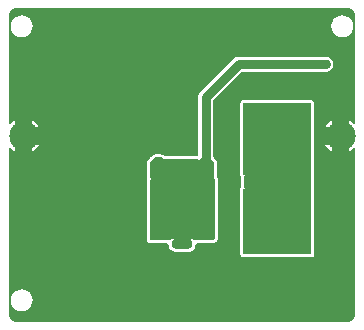
<source format=gbl>
%FSLAX25Y25*%
%MOIN*%
G70*
G01*
G75*
G04 Layer_Physical_Order=2*
G04 Layer_Color=16711680*
%ADD10R,0.06299X0.05984*%
%ADD11C,0.03937*%
%ADD12R,0.06299X0.06693*%
%ADD13R,0.01969X0.02362*%
%ADD14R,0.03600X0.05000*%
%ADD15R,0.05118X0.04921*%
%ADD16R,0.02362X0.01969*%
%ADD17R,0.01575X0.05315*%
%ADD18C,0.01500*%
%ADD19C,0.05000*%
%ADD20C,0.01575*%
%ADD21C,0.01969*%
%ADD22C,0.03000*%
%ADD23C,0.03937*%
%ADD24C,0.05906*%
%ADD25R,0.03500X0.04000*%
%ADD26O,0.07087X0.03543*%
%ADD27O,0.03543X0.06693*%
%ADD28C,0.09843*%
%ADD29C,0.05118*%
%ADD30O,0.04724X0.07480*%
%ADD31C,0.03000*%
%ADD32C,0.02200*%
G36*
X110236Y-1277D02*
X110925Y-1368D01*
X111566Y-1634D01*
X112117Y-2056D01*
X112540Y-2607D01*
X112805Y-3249D01*
X112896Y-3937D01*
X112899D01*
Y-39848D01*
X112428Y-40016D01*
X112162Y-39692D01*
X111260Y-38952D01*
X110907Y-38763D01*
Y-43900D01*
Y-49035D01*
X111260Y-48846D01*
X112162Y-48106D01*
X112428Y-47782D01*
X112899Y-47950D01*
Y-103347D01*
X112896D01*
X112805Y-104035D01*
X112540Y-104676D01*
X112117Y-105227D01*
X111566Y-105650D01*
X110925Y-105916D01*
X110236Y-106006D01*
Y-106009D01*
X0D01*
Y-106006D01*
X-688Y-105916D01*
X-1330Y-105650D01*
X-1881Y-105227D01*
X-2303Y-104676D01*
X-2569Y-104035D01*
X-2660Y-103347D01*
X-2662D01*
Y-47947D01*
X-2191Y-47778D01*
X-1922Y-48106D01*
X-1020Y-48846D01*
X-668Y-49035D01*
Y-43900D01*
Y-38763D01*
X-1020Y-38952D01*
X-1922Y-39692D01*
X-2191Y-40020D01*
X-2662Y-39851D01*
Y-3937D01*
X-2660D01*
X-2569Y-3249D01*
X-2303Y-2607D01*
X-1881Y-2056D01*
X-1330Y-1634D01*
X-688Y-1368D01*
X0Y-1277D01*
Y-1275D01*
X38627D01*
X38788Y-1748D01*
X39249Y-1394D01*
X39536Y-1275D01*
X42353D01*
X42641Y-1394D01*
X42664Y-1275D01*
X66974D01*
X67134Y-1748D01*
X67596Y-1394D01*
X67883Y-1275D01*
X70700D01*
X70987Y-1394D01*
X71011Y-1275D01*
X110236D01*
Y-1277D01*
D02*
G37*
%LPC*%
G36*
X98063Y-31917D02*
X75563D01*
X75173Y-31995D01*
X74842Y-32216D01*
X74621Y-32547D01*
X74543Y-32937D01*
Y-56863D01*
X74563Y-56961D01*
Y-57062D01*
X74601Y-57154D01*
X74621Y-57253D01*
X74677Y-57336D01*
X74715Y-57429D01*
X74786Y-57500D01*
X74842Y-57584D01*
X74926Y-57639D01*
X74938Y-57652D01*
X74925Y-57717D01*
Y-59292D01*
Y-60866D01*
X74938Y-60931D01*
X74926Y-60943D01*
X74842Y-60999D01*
X74786Y-61083D01*
X74715Y-61154D01*
X74677Y-61246D01*
X74621Y-61330D01*
X74601Y-61428D01*
X74563Y-61521D01*
Y-61621D01*
X74543Y-61720D01*
Y-83437D01*
X74621Y-83827D01*
X74842Y-84158D01*
X75173Y-84379D01*
X75563Y-84457D01*
X98063D01*
X98453Y-84379D01*
X98784Y-84158D01*
X99005Y-83827D01*
X99083Y-83437D01*
Y-32937D01*
X99005Y-32547D01*
X98784Y-32216D01*
X98453Y-31995D01*
X98063Y-31917D01*
D02*
G37*
G36*
X105002Y-38763D02*
X104649Y-38952D01*
X103747Y-39692D01*
X103007Y-40593D01*
X102819Y-40946D01*
X105002D01*
Y-38763D01*
D02*
G37*
G36*
X1732Y-3679D02*
X789Y-3804D01*
X-89Y-4168D01*
X-844Y-4747D01*
X-1423Y-5501D01*
X-1787Y-6380D01*
X-1911Y-7323D01*
X-1787Y-8266D01*
X-1423Y-9144D01*
X-844Y-9899D01*
X-89Y-10478D01*
X789Y-10842D01*
X1732Y-10966D01*
X2675Y-10842D01*
X3554Y-10478D01*
X4309Y-9899D01*
X4888Y-9144D01*
X5252Y-8266D01*
X5376Y-7323D01*
X5252Y-6380D01*
X4888Y-5501D01*
X4309Y-4747D01*
X3554Y-4168D01*
X2675Y-3804D01*
X1732Y-3679D01*
D02*
G37*
G36*
Y-95018D02*
X789Y-95142D01*
X-89Y-95506D01*
X-844Y-96085D01*
X-1423Y-96840D01*
X-1787Y-97718D01*
X-1911Y-98661D01*
X-1787Y-99604D01*
X-1423Y-100483D01*
X-844Y-101238D01*
X-89Y-101817D01*
X789Y-102181D01*
X1732Y-102305D01*
X2675Y-102181D01*
X3554Y-101817D01*
X4309Y-101238D01*
X4888Y-100483D01*
X5252Y-99604D01*
X5376Y-98661D01*
X5252Y-97718D01*
X4888Y-96840D01*
X4309Y-96085D01*
X3554Y-95506D01*
X2675Y-95142D01*
X1732Y-95018D01*
D02*
G37*
G36*
X7421Y-46852D02*
X5238D01*
Y-49035D01*
X5591Y-48846D01*
X6492Y-48106D01*
X7232Y-47205D01*
X7421Y-46852D01*
D02*
G37*
G36*
X105002D02*
X102819D01*
X103007Y-47205D01*
X103747Y-48106D01*
X104649Y-48846D01*
X105002Y-49035D01*
Y-46852D01*
D02*
G37*
G36*
X5238Y-38763D02*
Y-40946D01*
X7421D01*
X7232Y-40593D01*
X6492Y-39692D01*
X5591Y-38952D01*
X5238Y-38763D01*
D02*
G37*
G36*
X103000Y-17498D02*
X74000D01*
X73024Y-17692D01*
X72198Y-18245D01*
X61190Y-29253D01*
X60637Y-30080D01*
X60443Y-31055D01*
Y-50528D01*
X49308D01*
X49275Y-50534D01*
X49241Y-50530D01*
X49229Y-50533D01*
X49143Y-50490D01*
X49032Y-50416D01*
X48358Y-50137D01*
X48227Y-50111D01*
X48101Y-50068D01*
X47377Y-49973D01*
X47244Y-49982D01*
X47111Y-49973D01*
X46387Y-50068D01*
X46261Y-50111D01*
X46130Y-50137D01*
X45456Y-50416D01*
X45345Y-50490D01*
X45226Y-50549D01*
X44646Y-50994D01*
X44559Y-51094D01*
X44458Y-51182D01*
X44014Y-51761D01*
X43955Y-51881D01*
X43881Y-51991D01*
X43602Y-52666D01*
X43576Y-52797D01*
X43533Y-52923D01*
X43437Y-53646D01*
X43442Y-53714D01*
X43429Y-53780D01*
Y-55355D01*
Y-56929D01*
X43442Y-56995D01*
X43437Y-57062D01*
X43533Y-57786D01*
X43576Y-57912D01*
X43602Y-58043D01*
X43647Y-58153D01*
X43586Y-58233D01*
X43577Y-58265D01*
X43558Y-58293D01*
X43526Y-58456D01*
X43483Y-58617D01*
X43487Y-58650D01*
X43480Y-58684D01*
Y-78547D01*
X43558Y-78937D01*
X43779Y-79268D01*
X44110Y-79489D01*
X44500Y-79567D01*
X50240D01*
X50551Y-79921D01*
X50646Y-80645D01*
X50925Y-81319D01*
X51370Y-81898D01*
X51949Y-82342D01*
X52623Y-82622D01*
X53347Y-82717D01*
X56890D01*
X57613Y-82622D01*
X58288Y-82342D01*
X58867Y-81898D01*
X59311Y-81319D01*
X59590Y-80645D01*
X59685Y-79921D01*
X59996Y-79567D01*
X65347D01*
X65538Y-79605D01*
X65538D01*
X65538D01*
X65693Y-79574D01*
X65928Y-79527D01*
X65928Y-79527D01*
X65928D01*
X66390Y-79336D01*
X66390Y-79336D01*
X66721Y-79115D01*
Y-79115D01*
X66721D01*
X66942Y-78784D01*
X66994Y-78523D01*
X67020Y-78394D01*
Y-58192D01*
X67000Y-58093D01*
Y-57993D01*
X66962Y-57900D01*
X66942Y-57801D01*
X66886Y-57718D01*
X66848Y-57625D01*
X66777Y-57554D01*
X66741Y-57501D01*
X66799Y-57062D01*
X66794Y-56995D01*
X66808Y-56929D01*
Y-53780D01*
X66794Y-53714D01*
X66799Y-53646D01*
X66703Y-52923D01*
X66661Y-52797D01*
X66635Y-52666D01*
X66364Y-52011D01*
X66364Y-52011D01*
X66364Y-52011D01*
X66355Y-51991D01*
X66281Y-51881D01*
X66222Y-51761D01*
X65778Y-51182D01*
X65678Y-51094D01*
X65590Y-50994D01*
X65541Y-50956D01*
Y-32111D01*
X75056Y-22596D01*
X103000D01*
X103975Y-22402D01*
X104802Y-21850D01*
X105355Y-21023D01*
X105549Y-20047D01*
X105355Y-19072D01*
X104802Y-18245D01*
X103975Y-17692D01*
X103000Y-17498D01*
D02*
G37*
G36*
X108504Y-3679D02*
X107561Y-3804D01*
X106682Y-4168D01*
X105928Y-4747D01*
X105349Y-5501D01*
X104985Y-6380D01*
X104861Y-7323D01*
X104985Y-8266D01*
X105349Y-9144D01*
X105928Y-9899D01*
X106682Y-10478D01*
X107561Y-10842D01*
X108504Y-10966D01*
X109447Y-10842D01*
X110326Y-10478D01*
X111080Y-9899D01*
X111659Y-9144D01*
X112023Y-8266D01*
X112147Y-7323D01*
X112023Y-6380D01*
X111659Y-5501D01*
X111080Y-4747D01*
X110326Y-4168D01*
X109447Y-3804D01*
X108504Y-3679D01*
D02*
G37*
G36*
X43898Y-2673D02*
Y-2756D01*
X43932D01*
X43898Y-2673D01*
D02*
G37*
G36*
X37992D02*
X37958Y-2756D01*
X37992D01*
Y-2673D01*
D02*
G37*
G36*
X72244D02*
Y-2756D01*
X72278D01*
X72244Y-2673D01*
D02*
G37*
G36*
X66339D02*
X66304Y-2756D01*
X66339D01*
Y-2673D01*
D02*
G37*
G36*
X43932Y-8661D02*
X43898D01*
Y-8744D01*
X43932Y-8661D01*
D02*
G37*
G36*
X66339D02*
X66304D01*
X66339Y-8744D01*
Y-8661D01*
D02*
G37*
G36*
X72278D02*
X72244D01*
Y-8744D01*
X72278Y-8661D01*
D02*
G37*
G36*
X37992D02*
X37958D01*
X37992Y-8744D01*
Y-8661D01*
D02*
G37*
%LPD*%
G36*
X98063Y-83437D02*
X75563D01*
Y-61720D01*
X76053Y-61622D01*
X76040Y-61590D01*
X75944Y-60866D01*
Y-59292D01*
Y-57717D01*
X76040Y-56993D01*
X76053Y-56960D01*
X75563Y-56863D01*
Y-32937D01*
X98063D01*
Y-83437D01*
D02*
G37*
G36*
X63716Y-51079D02*
X64390Y-51358D01*
X64969Y-51803D01*
X65413Y-52382D01*
X65422Y-52402D01*
X65693Y-53056D01*
X65788Y-53780D01*
Y-56929D01*
X65693Y-57653D01*
X65510Y-58094D01*
X66000Y-58192D01*
Y-78394D01*
X65538Y-78585D01*
X65500Y-78547D01*
X58880D01*
X58720Y-78074D01*
X58288Y-78405D01*
X57613Y-78685D01*
X56890Y-78780D01*
X53347D01*
X52623Y-78685D01*
X51949Y-78405D01*
X51516Y-78074D01*
X51356Y-78547D01*
X44500D01*
Y-58684D01*
X44973Y-58523D01*
X44823Y-58327D01*
X44544Y-57653D01*
X44448Y-56929D01*
Y-55355D01*
Y-53780D01*
X44544Y-53056D01*
X44823Y-52382D01*
X45267Y-51803D01*
X45846Y-51358D01*
X46521Y-51079D01*
X47244Y-50984D01*
X47968Y-51079D01*
X48642Y-51358D01*
X49221Y-51803D01*
X49308Y-51547D01*
X60443D01*
Y-52690D01*
X60563Y-52402D01*
X60571Y-52382D01*
X61015Y-51803D01*
X61594Y-51358D01*
X62269Y-51079D01*
X62992Y-50984D01*
X63716Y-51079D01*
D02*
G37*
%LPC*%
G36*
X92686Y-43516D02*
Y-43578D01*
X92732Y-43547D01*
X92686Y-43516D01*
D02*
G37*
G36*
X96291Y-39850D02*
X96245Y-39880D01*
X96291Y-39911D01*
Y-39850D01*
D02*
G37*
G36*
X92686D02*
Y-39911D01*
X92732Y-39880D01*
X92686Y-39850D01*
D02*
G37*
G36*
X96291Y-47183D02*
X96245Y-47214D01*
X96291Y-47245D01*
Y-47183D01*
D02*
G37*
G36*
X92686D02*
Y-47245D01*
X92732Y-47214D01*
X92686Y-47183D01*
D02*
G37*
G36*
X96291Y-43516D02*
X96245Y-43547D01*
X96291Y-43578D01*
Y-43516D01*
D02*
G37*
%LPD*%
D22*
X74000Y-20047D02*
X103000D01*
X62992Y-59055D02*
Y-31055D01*
X74000Y-20047D01*
D26*
X86614Y-79921D02*
D03*
X55118D02*
D03*
X23622D02*
D03*
D27*
X94488Y-59291D02*
D03*
X78740D02*
D03*
X47244D02*
D03*
X62992D02*
D03*
X31496D02*
D03*
X15748D02*
D03*
D28*
X2285Y-43899D02*
D03*
X107955D02*
D03*
D29*
X45571Y-17126D02*
D03*
X64665D02*
D03*
D30*
X40945Y-5709D02*
D03*
X69291D02*
D03*
D31*
X50000Y-22874D02*
D03*
X10500Y-30047D02*
D03*
X56055Y-36992D02*
D03*
X94488Y-49047D02*
D03*
Y-45380D02*
D03*
Y-41714D02*
D03*
Y-38047D02*
D03*
X103000Y-20047D02*
D03*
D32*
X25063Y-34437D02*
D03*
X29563D02*
D03*
X34063D02*
D03*
X73563Y-94437D02*
D03*
X78063D02*
D03*
X82563D02*
D03*
X49563D02*
D03*
X54063D02*
D03*
X58563D02*
D03*
X26563D02*
D03*
X31063D02*
D03*
X35563D02*
D03*
X29730Y-74437D02*
D03*
X25563D02*
D03*
X21396D02*
D03*
X17230D02*
D03*
X29730Y-69937D02*
D03*
X25563D02*
D03*
X21396D02*
D03*
X17230D02*
D03*
X29730Y-65437D02*
D03*
X25563D02*
D03*
X21396D02*
D03*
X17230D02*
D03*
M02*

</source>
